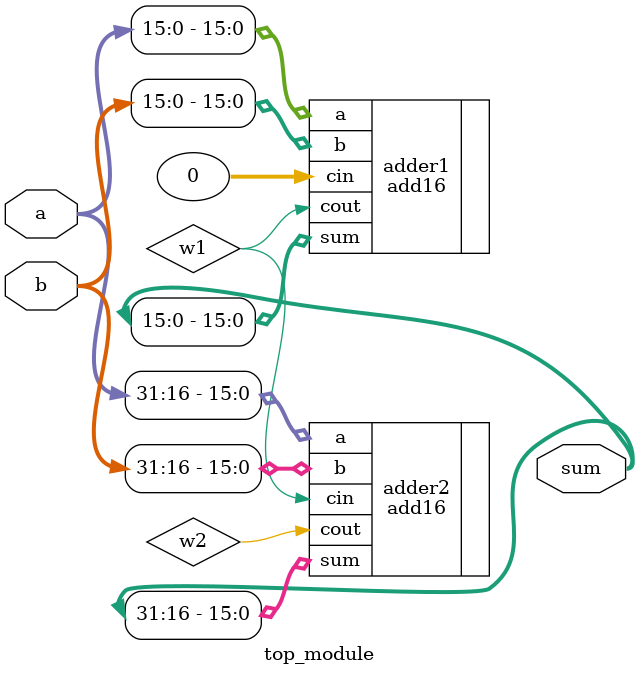
<source format=v>
module top_module(
    input [31:0] a,
    input [31:0] b,
    output [31:0] sum
);
	 //module add16 ( input[15:0] a, input[15:0] b, input cin, output[15:0] sum, output cout );
    wire w1, w2;
    add16 adder1(.a(a[15:0]), .b(b[15:0]), .cin(0), .sum(sum[15:0]), .cout(w1));
    add16 adder2(.a(a[31:16]), .b(b[31:16]), .cin(w1), .sum(sum[31:16]), .cout(w2)); 
    
    //example:
    //wire con1, con2;
    //add16 adder_1(a[15:0], b[15:0], 0, sum[15:0], con1);
    //add16 adder_2(a[31:16], b[31:16], con1, sum[31:16], con2);
endmodule

</source>
